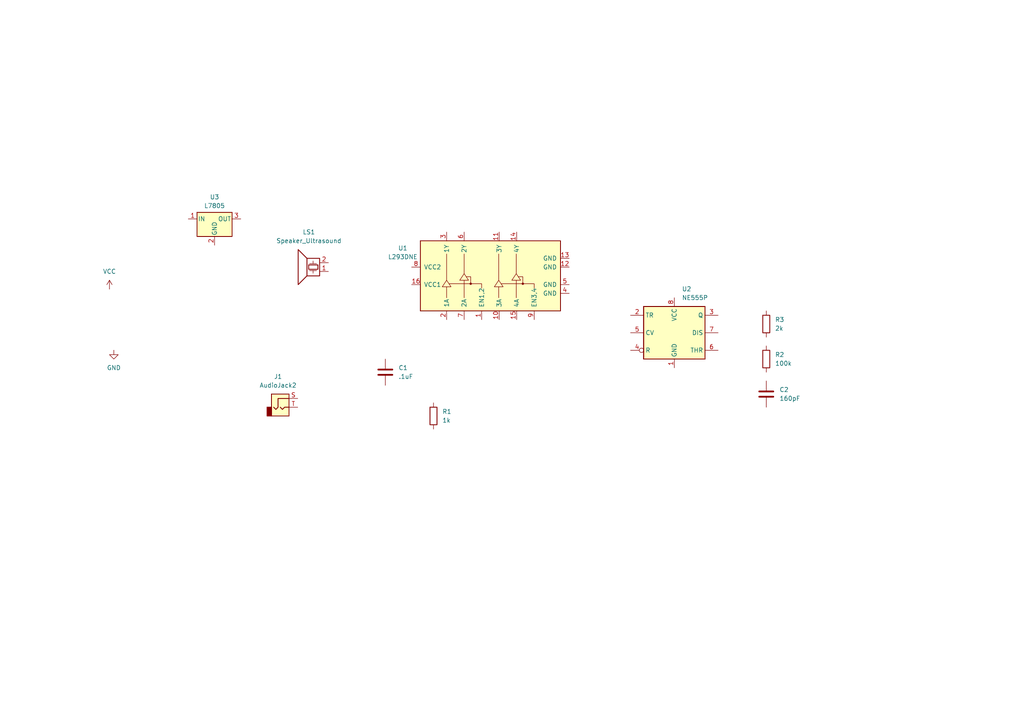
<source format=kicad_sch>
(kicad_sch (version 20231120) (generator "eeschema") (generator_version "8.0")
  (paper "A4")
  (title_block (title "Sound Laser") (date "2024-08-31") (rev "v01") (company "ErMax"))
  (lib_symbols
    (symbol "Connector_Audio:AudioJack2"
      (property "Reference" "J" (at 0 8.89 0))
      (property "Value" "AudioJack2" (at 0 6.35 0))
      (symbol "AudioJack2_0_1"
        (rectangle (start -3.81 0) (end -2.54 -2.54) (stroke (width 0.254)) (fill (type outline)))
        (rectangle (start -2.54 3.81) (end 2.54 -2.54) (stroke (width 0.254)) (fill (type background)))
        (polyline (pts (xy 0 0) (xy 0.635 -0.635) (xy 1.27 0) (xy 2.54 0)) (stroke (width 0.254)))
        (polyline (pts (xy 2.54 2.54) (xy -0.635 2.54) (xy -0.635 0) (xy -1.27 -0.635) (xy -1.905 0)) (stroke (width 0.254)))
      )
      (symbol "AudioJack2_1_1"
        (pin passive line (at 5.08 2.54 180) (length 2.54) (name "~") (number "S"))
        (pin passive line (at 5.08 0 180) (length 2.54) (name "~") (number "T"))
      )
    )
    (symbol "Device:C" (pin_numbers hide) (pin_names (offset 0.254))
      (property "Reference" "C" (at 0.635 2.54 0))
      (property "Value" "C" (at 0.635 -2.54 0))
      (symbol "C_0_1"
        (polyline (pts (xy -2.032 -0.762) (xy 2.032 -0.762)) (stroke (width 0.508)))
        (polyline (pts (xy -2.032 0.762) (xy 2.032 0.762)) (stroke (width 0.508)))
      )
      (symbol "C_1_1"
        (pin passive line (at 0 3.81 270) (length 2.794) (name "~") (number "1"))
        (pin passive line (at 0 -3.81 90) (length 2.794) (name "~") (number "2"))
      )
    )
    (symbol "Device:R" (pin_numbers hide) (pin_names (offset 0))
      (property "Reference" "R" (at 2.032 0 90))
      (property "Value" "R" (at 0 0 90))
      (symbol "R_0_1"
        (rectangle (start -1.016 -2.54) (end 1.016 2.54) (stroke (width 0.254)))
      )
      (symbol "R_1_1"
        (pin passive line (at 0 3.81 270) (length 1.27) (name "~") (number "1"))
        (pin passive line (at 0 -3.81 90) (length 1.27) (name "~") (number "2"))
      )
    )
    (symbol "Device:Speaker_Ultrasound" (pin_names (offset 0) hide)
      (property "Reference" "LS" (at 0.635 5.715 0))
      (property "Value" "Speaker_Ultrasound" (at 0.635 3.81 0))
      (symbol "Speaker_Ultrasound_0_0"
        (rectangle (start -2.54 1.27) (end 1.143 -3.81) (stroke (width 0.254)))
        (rectangle (start -2.032 -0.635) (end 0.635 -1.905) (stroke (width 0.254)))
        (polyline (pts (xy -1.651 -2.286) (xy 0.381 -2.286)))
        (polyline (pts (xy -1.651 -0.254) (xy 0.381 -0.254)))
        (polyline (pts (xy -0.635 -2.286) (xy -0.635 -3.048)))
        (polyline (pts (xy -0.635 -0.254) (xy -0.635 0.508)))
        (polyline (pts (xy 1.143 1.27) (xy 3.683 3.81) (xy 3.683 -6.35) (xy 1.143 -3.81)) (stroke (width 0.254)))
      )
      (symbol "Speaker_Ultrasound_1_1"
        (pin input line (at -5.08 0 0) (length 2.54) (name "1") (number "1"))
        (pin input line (at -5.08 -2.54 0) (length 2.54) (name "2") (number "2"))
      )
    )
    (symbol "Driver_Motor:L293D" (pin_names (offset 1.016))
      (property "Reference" "U" (at -5.08 26.035 0))
      (property "Value" "L293D" (at -5.08 24.13 0))
      (symbol "L293D_0_1"
        (rectangle (start -10.16 22.86) (end 10.16 -17.78) (stroke (width 0.254)) (fill (type background)))
        (circle (center -2.286 -6.858) (radius 0.254) (fill (type outline)))
        (circle (center -2.286 8.255) (radius 0.254) (fill (type outline)))
        (polyline (pts (xy -6.35 -4.953) (xy -1.27 -4.953)))
        (polyline (pts (xy -6.35 0.127) (xy -3.175 0.127)))
        (polyline (pts (xy -6.35 10.16) (xy -1.27 10.16)))
        (polyline (pts (xy -6.35 15.24) (xy -3.175 15.24)))
        (polyline (pts (xy -1.27 0.127) (xy 6.35 0.127)))
        (polyline (pts (xy -1.27 15.24) (xy 6.35 15.24)))
        (polyline (pts (xy 0.635 -4.953) (xy 6.35 -4.953)))
        (polyline (pts (xy 0.635 10.16) (xy 6.35 10.16)))
        (polyline (pts (xy -2.286 -6.858) (xy -0.254 -6.858) (xy -0.254 -5.588)))
        (polyline (pts (xy -2.286 -0.635) (xy -2.286 -10.16) (xy -3.556 -10.16)))
        (polyline (pts (xy -2.286 8.255) (xy -0.254 8.255) (xy -0.254 9.525)))
        (polyline (pts (xy -2.286 14.478) (xy -2.286 5.08) (xy -3.556 5.08)))
        (polyline (pts (xy -3.175 1.397) (xy -3.175 -1.143) (xy -1.27 0.127) (xy -3.175 1.397)))
        (polyline (pts (xy -3.175 16.51) (xy -3.175 13.97) (xy -1.27 15.24) (xy -3.175 16.51)))
        (polyline (pts (xy -1.27 -3.683) (xy -1.27 -6.223) (xy 0.635 -4.953) (xy -1.27 -3.683)))
        (polyline (pts (xy -1.27 11.43) (xy -1.27 8.89) (xy 0.635 10.16) (xy -1.27 11.43)))
      )
      (symbol "L293D_1_1"
        (pin input line (at -12.7 5.08 0) (length 2.54) (name "EN1,2") (number "1"))
        (pin input line (at -12.7 0 0) (length 2.54) (name "3A") (number "10"))
        (pin output line (at 12.7 0 180) (length 2.54) (name "3Y") (number "11"))
        (pin power_in line (at 2.54 -20.32 90) (length 2.54) (name "GND") (number "12"))
        (pin power_in line (at 5.08 -20.32 90) (length 2.54) (name "GND") (number "13"))
        (pin output line (at 12.7 -5.08 180) (length 2.54) (name "4Y") (number "14"))
        (pin input line (at -12.7 -5.08 0) (length 2.54) (name "4A") (number "15"))
        (pin power_in line (at -2.54 25.4 270) (length 2.54) (name "VCC1") (number "16"))
        (pin input line (at -12.7 15.24 0) (length 2.54) (name "1A") (number "2"))
        (pin output line (at 12.7 15.24 180) (length 2.54) (name "1Y") (number "3"))
        (pin power_in line (at -5.08 -20.32 90) (length 2.54) (name "GND") (number "4"))
        (pin power_in line (at -2.54 -20.32 90) (length 2.54) (name "GND") (number "5"))
        (pin output line (at 12.7 10.16 180) (length 2.54) (name "2Y") (number "6"))
        (pin input line (at -12.7 10.16 0) (length 2.54) (name "2A") (number "7"))
        (pin power_in line (at 2.54 25.4 270) (length 2.54) (name "VCC2") (number "8"))
        (pin input line (at -12.7 -10.16 0) (length 2.54) (name "EN3,4") (number "9"))
      )
    )
    (symbol "Regulator_Linear:L7805" (pin_names (offset 0.254))
      (property "Reference" "U" (at -3.81 3.175 0))
      (property "Value" "L7805" (at 0 3.175 0))
      (symbol "L7805_0_1"
        (rectangle (start -5.08 1.905) (end 5.08 -5.08) (stroke (width 0.254)) (fill (type background)))
      )
      (symbol "L7805_1_1"
        (pin power_in line (at -7.62 0 0) (length 2.54) (name "IN") (number "1"))
        (pin power_in line (at 0 -7.62 90) (length 2.54) (name "GND") (number "2"))
        (pin power_out line (at 7.62 0 180) (length 2.54) (name "OUT") (number "3"))
      )
    )
    (symbol "Timer:NE555P"
      (property "Reference" "U" (at -10.16 8.89 0))
      (property "Value" "NE555P" (at 2.54 8.89 0))
      (symbol "NE555P_0_0"
        (pin power_in line (at 0 -10.16 90) (length 2.54) (name "GND") (number "1"))
        (pin power_in line (at 0 10.16 270) (length 2.54) (name "VCC") (number "8"))
      )
      (symbol "NE555P_0_1"
        (rectangle (start -8.89 -7.62) (end 8.89 7.62) (stroke (width 0.254)) (fill (type background)))
        (rectangle (start -8.89 -7.62) (end 8.89 7.62) (stroke (width 0.254)) (fill (type background)))
      )
      (symbol "NE555P_1_1"
        (pin input line (at -12.7 5.08 0) (length 3.81) (name "TR") (number "2"))
        (pin output line (at 12.7 5.08 180) (length 3.81) (name "Q") (number "3"))
        (pin input inverted (at -12.7 -5.08 0) (length 3.81) (name "R") (number "4"))
        (pin input line (at -12.7 0 0) (length 3.81) (name "CV") (number "5"))
        (pin input line (at 12.7 -5.08 180) (length 3.81) (name "THR") (number "6"))
        (pin input line (at 12.7 0 180) (length 3.81) (name "DIS") (number "7"))
      )
    )
    (symbol "power:GND" (power) (pin_numbers hide) (pin_names (offset 0) hide)
      (property "Value" "GND" (at 0 -3.81 0))
      (symbol "GND_0_1"
        (polyline (pts (xy 0 0) (xy 0 -1.27) (xy 1.27 -1.27) (xy 0 -2.54) (xy -1.27 -1.27) (xy 0 -1.27)))
      )
      (symbol "GND_1_1"
        (pin power_in line (at 0 0 270) (length 0) (name "~") (number "1"))
      )
    )
    (symbol "power:VCC" (power) (pin_numbers hide) (pin_names (offset 0) hide)
      (property "Value" "VCC" (at 0 3.556 0))
      (symbol "VCC_0_1"
        (polyline (pts (xy -0.762 1.27) (xy 0 2.54)))
        (polyline (pts (xy 0 0) (xy 0 2.54)))
        (polyline (pts (xy 0 2.54) (xy 0.762 1.27)))
      )
      (symbol "VCC_1_1"
        (pin power_in line (at 0 0 90) (length 0) (name "~") (number "1"))
      )
    )
  )
  (symbol (lib_id "power:GND") (at 33.02 101.6 0) (unit 1)
    (property "Reference" "#PWR01" (effects (hide yes)))
    (property "Value" "GND" (at 33.02 106.68 0))
    (property "Description" "Power symbol creates a global label with name \"GND\" , ground" (effects (hide yes)))
  )
  (symbol (lib_id "Device:C") (at 222.25 114.3 0) (unit 1)
    (property "Reference" "C2" (at 226.06 113.0299 0) (effects (justify left)))
    (property "Value" "160pF" (at 226.06 115.5699 0) (effects (justify left)))
    (property "Description" "Unpolarized capacitor" (effects (hide yes)))
  )
  (symbol (lib_id "Connector_Audio:AudioJack2") (at 81.28 118.11 0) (unit 1)
    (property "Reference" "J1" (at 80.645 109.22 0))
    (property "Value" "AudioJack2" (at 80.645 111.76 0))
    (property "Description" "Audio Jack, 2 Poles (Mono / TS)" (effects (hide yes)))
  )
  (symbol (lib_id "Device:Speaker_Ultrasound") (at 90.17 78.74 180) (unit 1)
    (property "Reference" "LS1" (at 89.5985 67.31 0))
    (property "Value" "Speaker_Ultrasound" (at 89.5985 69.85 0))
    (property "Description" "Ultrasonic transducer" (effects (hide yes)))
  )
  (symbol (lib_id "Device:R") (at 125.73 120.65 0) (unit 1)
    (property "Reference" "R1" (at 128.27 119.3799 0) (effects (justify left)))
    (property "Value" "1k" (at 128.27 121.9199 0) (effects (justify left)))
    (property "Description" "Resistor" (effects (hide yes)))
  )
  (symbol (lib_id "Device:C") (at 111.76 107.95 0) (unit 1)
    (property "Reference" "C1" (at 115.57 106.6799 0) (effects (justify left)))
    (property "Value" ".1uF" (at 115.57 109.2199 0) (effects (justify left)))
    (property "Description" "Unpolarized capacitor" (effects (hide yes)))
  )
  (symbol (lib_id "Driver_Motor:L293D") (at 144.78 80.01 90) (unit 1)
    (property "Reference" "U1" (at 116.84 71.9738 90))
    (property "Value" "L293DNE" (at 116.84 74.5138 90))
    (property "Footprint" "Package_DIP:DIP-16_W7.62mm" (effects (hide yes)))
    (property "Datasheet" "http://www.ti.com/lit/ds/symlink/l293.pdf" (effects (hide yes)))
    (property "Description" "Quadruple Half-H Drivers" (effects (hide yes)))
  )
  (symbol (lib_id "Device:R") (at 222.25 93.98 0) (unit 1)
    (property "Reference" "R3" (at 224.79 92.7099 0) (effects (justify left)))
    (property "Value" "2k" (at 224.79 95.2499 0) (effects (justify left)))
    (property "Description" "Resistor" (effects (hide yes)))
  )
  (symbol (lib_id "Regulator_Linear:L7805") (at 62.23 63.5 0) (unit 1)
    (property "Reference" "U3" (at 62.23 57.15 0))
    (property "Value" "L7805" (at 62.23 59.69 0))
    (property "Datasheet" "http://www.st.com/content/ccc/resource/technical/document/datasheet/41/4f/b3/b0/12/d4/47/88/CD00000444.pdf/files/CD00000444.pdf/jcr:content/translations/en.CD00000444.pdf" (effects (hide yes)))
    (property "Description" "Positive 1.5A 35V Linear Regulator, Fixed Output 5V, TO-220/TO-263/TO-252" (effects (hide yes)))
  )
  (symbol (lib_id "power:VCC") (at 31.75 83.82 0) (unit 1)
    (property "Reference" "#PWR02" (effects (hide yes)))
    (property "Value" "VCC" (at 31.75 78.74 0))
    (property "Description" "Power symbol creates a global label with name \"VCC\"" (effects (hide yes)))
  )
  (symbol (lib_id "Device:R") (at 222.25 104.14 0) (unit 1)
    (property "Reference" "R2" (at 224.79 102.8699 0) (effects (justify left)))
    (property "Value" "100k" (at 224.79 105.4099 0) (effects (justify left)))
    (property "Description" "Resistor" (effects (hide yes)))
  )
  (symbol (lib_id "Timer:NE555P") (at 195.58 96.52 0) (unit 1)
    (property "Reference" "U2" (at 197.7741 83.82 0) (effects (justify left)))
    (property "Value" "NE555P" (at 197.7741 86.36 0) (effects (justify left)))
    (property "Footprint" "Package_SO:SOIC-8_3.9x4.9mm_P1.27mm" (effects (hide yes)))
    (property "Datasheet" "http://www.ti.com/lit/ds/symlink/ne555.pdf" (effects (hide yes)))
    (property "Description" "Precision Timers, 555 compatible,  PDIP-8" (effects (hide yes)))
  )
)
</source>
